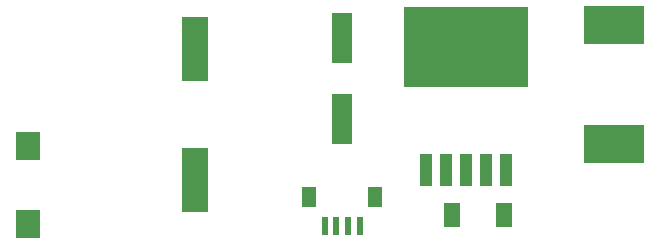
<source format=gtp>
%TF.GenerationSoftware,KiCad,Pcbnew,(6.0.0)*%
%TF.CreationDate,2022-05-10T23:47:17-04:00*%
%TF.ProjectId,WT32SC01 wifi poe,57543332-5343-4303-9120-776966692070,rev?*%
%TF.SameCoordinates,Original*%
%TF.FileFunction,Paste,Top*%
%TF.FilePolarity,Positive*%
%FSLAX46Y46*%
G04 Gerber Fmt 4.6, Leading zero omitted, Abs format (unit mm)*
G04 Created by KiCad (PCBNEW (6.0.0)) date 2022-05-10 23:47:17*
%MOMM*%
%LPD*%
G01*
G04 APERTURE LIST*
%ADD10R,2.100000X2.400000*%
%ADD11R,1.050000X2.800000*%
%ADD12R,10.500000X6.850000*%
%ADD13R,1.800000X4.200000*%
%ADD14R,0.600000X1.550000*%
%ADD15R,1.200000X1.800000*%
%ADD16R,2.200000X5.500000*%
%ADD17R,5.100000X3.200000*%
%ADD18R,1.400000X2.100000*%
G04 APERTURE END LIST*
D10*
%TO.C,J1*%
X125901094Y-112953590D03*
X125901094Y-119553590D03*
%TD*%
D11*
%TO.C,IC2*%
X159601096Y-114953605D03*
X161301096Y-114953605D03*
X163001096Y-114953605D03*
X164701096Y-114953605D03*
X166401096Y-114953605D03*
D12*
X163001096Y-104603605D03*
%TD*%
D13*
%TO.C,C6*%
X152501092Y-110703608D03*
X152501092Y-103803608D03*
%TD*%
D14*
%TO.C,QWIIC1*%
X151001092Y-119753609D03*
X152001092Y-119753609D03*
X153001092Y-119753609D03*
X154001092Y-119753609D03*
D15*
X149701092Y-117228609D03*
X155301092Y-117228609D03*
%TD*%
D16*
%TO.C,C5*%
X140001092Y-104703602D03*
X140001092Y-115803602D03*
%TD*%
D17*
%TO.C,L1*%
X175501100Y-102703600D03*
X175501100Y-112803600D03*
%TD*%
D18*
%TO.C,D8*%
X161801094Y-118753611D03*
X166201094Y-118753611D03*
%TD*%
M02*

</source>
